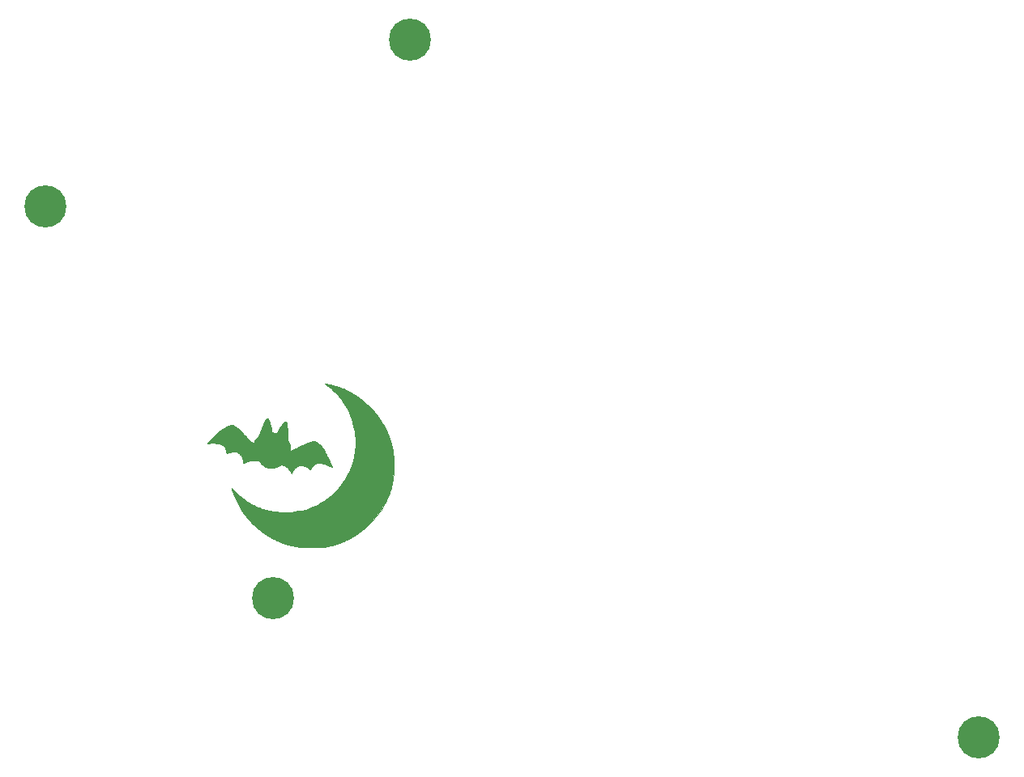
<source format=gbr>
G04 #@! TF.GenerationSoftware,KiCad,Pcbnew,5.1.10*
G04 #@! TF.CreationDate,2021-08-05T17:34:59+02:00*
G04 #@! TF.ProjectId,split_3x_plate_gerber,73706c69-745f-4337-985f-706c6174655f,rev?*
G04 #@! TF.SameCoordinates,Original*
G04 #@! TF.FileFunction,Soldermask,Top*
G04 #@! TF.FilePolarity,Negative*
%FSLAX46Y46*%
G04 Gerber Fmt 4.6, Leading zero omitted, Abs format (unit mm)*
G04 Created by KiCad (PCBNEW 5.1.10) date 2021-08-05 17:34:59*
%MOMM*%
%LPD*%
G01*
G04 APERTURE LIST*
%ADD10C,0.010000*%
%ADD11C,0.700000*%
%ADD12C,4.400000*%
G04 APERTURE END LIST*
D10*
G04 #@! TO.C,G\u002A\u002A\u002A*
G36*
X120122136Y-107906668D02*
G01*
X120161301Y-107941278D01*
X120201626Y-107996031D01*
X120241280Y-108068531D01*
X120270579Y-108135900D01*
X120303551Y-108228671D01*
X120338176Y-108342895D01*
X120373528Y-108474755D01*
X120408679Y-108620434D01*
X120442704Y-108776116D01*
X120474676Y-108937985D01*
X120500298Y-109082050D01*
X120510769Y-109141410D01*
X120523620Y-109210349D01*
X120535608Y-109271615D01*
X120555950Y-109372280D01*
X120682950Y-109395133D01*
X120744287Y-109406365D01*
X120803031Y-109417458D01*
X120850258Y-109426712D01*
X120867100Y-109430190D01*
X120918223Y-109439939D01*
X120972726Y-109448686D01*
X120983772Y-109450205D01*
X121043294Y-109458015D01*
X121111825Y-109339882D01*
X121150930Y-109272488D01*
X121194389Y-109197610D01*
X121239457Y-109119979D01*
X121283389Y-109044322D01*
X121323439Y-108975366D01*
X121356862Y-108917841D01*
X121380911Y-108876474D01*
X121384814Y-108869766D01*
X121424055Y-108806317D01*
X121473540Y-108732301D01*
X121529536Y-108652766D01*
X121588306Y-108572760D01*
X121646115Y-108497329D01*
X121699229Y-108431523D01*
X121743911Y-108380389D01*
X121757080Y-108366678D01*
X121825294Y-108307083D01*
X121889905Y-108267889D01*
X121949016Y-108249616D01*
X122000726Y-108252783D01*
X122043137Y-108277908D01*
X122050943Y-108286329D01*
X122071073Y-108314143D01*
X122088931Y-108347976D01*
X122104674Y-108389430D01*
X122118462Y-108440104D01*
X122130453Y-108501600D01*
X122140806Y-108575516D01*
X122149679Y-108663454D01*
X122157231Y-108767013D01*
X122163621Y-108887795D01*
X122169007Y-109027399D01*
X122173548Y-109187425D01*
X122177402Y-109369475D01*
X122180729Y-109575148D01*
X122181065Y-109598984D01*
X122183171Y-109737091D01*
X122185508Y-109852430D01*
X122188392Y-109947629D01*
X122192141Y-110025319D01*
X122197071Y-110088131D01*
X122203497Y-110138696D01*
X122211737Y-110179642D01*
X122222107Y-110213602D01*
X122234923Y-110243205D01*
X122250501Y-110271082D01*
X122264543Y-110292973D01*
X122307341Y-110364400D01*
X122350989Y-110449270D01*
X122390744Y-110537502D01*
X122421866Y-110619016D01*
X122430057Y-110644821D01*
X122439638Y-110681794D01*
X122447072Y-110722523D01*
X122452784Y-110771473D01*
X122457198Y-110833110D01*
X122460738Y-110911899D01*
X122463368Y-110995354D01*
X122466042Y-111075178D01*
X122469316Y-111146856D01*
X122472934Y-111206321D01*
X122476638Y-111249510D01*
X122480172Y-111272358D01*
X122480977Y-111274381D01*
X122489254Y-111281614D01*
X122503942Y-111282950D01*
X122528069Y-111277366D01*
X122564664Y-111263839D01*
X122616755Y-111241346D01*
X122687372Y-111208862D01*
X122719496Y-111193779D01*
X122782369Y-111164213D01*
X122845645Y-111134561D01*
X122900758Y-111108832D01*
X122930850Y-111094860D01*
X122977806Y-111073074D01*
X123037407Y-111045318D01*
X123099306Y-111016415D01*
X123121350Y-111006100D01*
X123181403Y-110978011D01*
X123243104Y-110949207D01*
X123296104Y-110924517D01*
X123311850Y-110917200D01*
X123358808Y-110895348D01*
X123418412Y-110867539D01*
X123480313Y-110838604D01*
X123502350Y-110828287D01*
X123596398Y-110784386D01*
X123683570Y-110743984D01*
X123761144Y-110708321D01*
X123826397Y-110678636D01*
X123876605Y-110656167D01*
X123909046Y-110642156D01*
X123920840Y-110637800D01*
X123933915Y-110632839D01*
X123964291Y-110619628D01*
X124006260Y-110600669D01*
X124022176Y-110593350D01*
X124066915Y-110572991D01*
X124102143Y-110557537D01*
X124122088Y-110549498D01*
X124124356Y-110548900D01*
X124138145Y-110544076D01*
X124168210Y-110531496D01*
X124203677Y-110515835D01*
X124240154Y-110499436D01*
X124269974Y-110486258D01*
X124298148Y-110474262D01*
X124329691Y-110461407D01*
X124369616Y-110445651D01*
X124422935Y-110424954D01*
X124494661Y-110397276D01*
X124499300Y-110395487D01*
X124592750Y-110359561D01*
X124666310Y-110331795D01*
X124723763Y-110311145D01*
X124768893Y-110296569D01*
X124805484Y-110287022D01*
X124837318Y-110281462D01*
X124868181Y-110278846D01*
X124901855Y-110278130D01*
X124924750Y-110278177D01*
X125010826Y-110283711D01*
X125089607Y-110301123D01*
X125171470Y-110333073D01*
X125207703Y-110350671D01*
X125312481Y-110414476D01*
X125422391Y-110501714D01*
X125536400Y-110611175D01*
X125653475Y-110741651D01*
X125772583Y-110891934D01*
X125892692Y-111060816D01*
X126012769Y-111247087D01*
X126101992Y-111397141D01*
X126130185Y-111447734D01*
X126166685Y-111515576D01*
X126209333Y-111596439D01*
X126255971Y-111686094D01*
X126304438Y-111780316D01*
X126352577Y-111874876D01*
X126398228Y-111965548D01*
X126439232Y-112048104D01*
X126473430Y-112118317D01*
X126498663Y-112171958D01*
X126505488Y-112187200D01*
X126534566Y-112252940D01*
X126573493Y-112339791D01*
X126622624Y-112448540D01*
X126647068Y-112502435D01*
X126664053Y-112541613D01*
X126685698Y-112593943D01*
X126707632Y-112648836D01*
X126709975Y-112654835D01*
X126735910Y-112720762D01*
X126756281Y-112770813D01*
X126774360Y-112812926D01*
X126784203Y-112834900D01*
X126798062Y-112869567D01*
X126812142Y-112911194D01*
X126824328Y-112952492D01*
X126832506Y-112986171D01*
X126834561Y-113004944D01*
X126833953Y-113006379D01*
X126820862Y-113003329D01*
X126788531Y-112990646D01*
X126740525Y-112969883D01*
X126680409Y-112942588D01*
X126611750Y-112910312D01*
X126599678Y-112904535D01*
X126528325Y-112870384D01*
X126463532Y-112839540D01*
X126409268Y-112813880D01*
X126369505Y-112795279D01*
X126348210Y-112785615D01*
X126347150Y-112785171D01*
X126315141Y-112771941D01*
X126290000Y-112761417D01*
X126205103Y-112728207D01*
X126105090Y-112693160D01*
X125999737Y-112659494D01*
X125898819Y-112630423D01*
X125864550Y-112621472D01*
X125775637Y-112599855D01*
X125703471Y-112584669D01*
X125640523Y-112574862D01*
X125579269Y-112569380D01*
X125512180Y-112567169D01*
X125475221Y-112566960D01*
X125399803Y-112568288D01*
X125341593Y-112572867D01*
X125292500Y-112581672D01*
X125248600Y-112594290D01*
X125116864Y-112645671D01*
X125002315Y-112708431D01*
X124897695Y-112787038D01*
X124825697Y-112854681D01*
X124739439Y-112957977D01*
X124676034Y-113070469D01*
X124636827Y-113182861D01*
X124619715Y-113239277D01*
X124603375Y-113272433D01*
X124586173Y-113284358D01*
X124566475Y-113277078D01*
X124563090Y-113274358D01*
X124545871Y-113259658D01*
X124514198Y-113232575D01*
X124472909Y-113197247D01*
X124435800Y-113165484D01*
X124314717Y-113067879D01*
X124199715Y-112988953D01*
X124084390Y-112925266D01*
X123962338Y-112873375D01*
X123827153Y-112829840D01*
X123794450Y-112820892D01*
X123745082Y-112812131D01*
X123679547Y-112806501D01*
X123605278Y-112804005D01*
X123529712Y-112804648D01*
X123460283Y-112808434D01*
X123404426Y-112815367D01*
X123381700Y-112820670D01*
X123255968Y-112871616D01*
X123133782Y-112946485D01*
X123014285Y-113045848D01*
X122953570Y-113106702D01*
X122866821Y-113206275D01*
X122791484Y-113310192D01*
X122723584Y-113424728D01*
X122659145Y-113556159D01*
X122637054Y-113606425D01*
X122622433Y-113633844D01*
X122609590Y-113647392D01*
X122608084Y-113647700D01*
X122595272Y-113637747D01*
X122576353Y-113612708D01*
X122568415Y-113600075D01*
X122544162Y-113558603D01*
X122517122Y-113511264D01*
X122508162Y-113495300D01*
X122474810Y-113439734D01*
X122430496Y-113371825D01*
X122380313Y-113298911D01*
X122329356Y-113228329D01*
X122282720Y-113167418D01*
X122267782Y-113149045D01*
X122214367Y-113091187D01*
X122148677Y-113029724D01*
X122077266Y-112970039D01*
X122006690Y-112917514D01*
X121943503Y-112877532D01*
X121925682Y-112868151D01*
X121816818Y-112819164D01*
X121720899Y-112787482D01*
X121632426Y-112772947D01*
X121545897Y-112775404D01*
X121455811Y-112794694D01*
X121356669Y-112830661D01*
X121311175Y-112850625D01*
X121258924Y-112874400D01*
X121203576Y-112899477D01*
X121178250Y-112910907D01*
X121131859Y-112931813D01*
X121075918Y-112957042D01*
X121032200Y-112976773D01*
X120987073Y-112997100D01*
X120948257Y-113014500D01*
X120924250Y-113025165D01*
X120834326Y-113055465D01*
X120726335Y-113077237D01*
X120606136Y-113090474D01*
X120479591Y-113095167D01*
X120352561Y-113091307D01*
X120230906Y-113078888D01*
X120120486Y-113057900D01*
X120027164Y-113028335D01*
X120022550Y-113026421D01*
X119950361Y-112993821D01*
X119869336Y-112953724D01*
X119788412Y-112910810D01*
X119716529Y-112869759D01*
X119680163Y-112847128D01*
X119624754Y-112808393D01*
X119570844Y-112764794D01*
X119515197Y-112713146D01*
X119454578Y-112650264D01*
X119385752Y-112572962D01*
X119306446Y-112479216D01*
X119259958Y-112423773D01*
X119217399Y-112373900D01*
X119182159Y-112333501D01*
X119157626Y-112306482D01*
X119149464Y-112298325D01*
X119136770Y-112289753D01*
X119118436Y-112283714D01*
X119090336Y-112279812D01*
X119048342Y-112277651D01*
X118988329Y-112276837D01*
X118925768Y-112276884D01*
X118816041Y-112279019D01*
X118701410Y-112284279D01*
X118586995Y-112292195D01*
X118477918Y-112302296D01*
X118379300Y-112314116D01*
X118296264Y-112327183D01*
X118238200Y-112339859D01*
X118135823Y-112368496D01*
X118048164Y-112396161D01*
X117966246Y-112426165D01*
X117881095Y-112461819D01*
X117783736Y-112506434D01*
X117773266Y-112511382D01*
X117718831Y-112536303D01*
X117669584Y-112557310D01*
X117632059Y-112571697D01*
X117616347Y-112576365D01*
X117600028Y-112578655D01*
X117588816Y-112574655D01*
X117580308Y-112559865D01*
X117572099Y-112529785D01*
X117561783Y-112479915D01*
X117559998Y-112470917D01*
X117533588Y-112339977D01*
X117510318Y-112230865D01*
X117489139Y-112140354D01*
X117469006Y-112065219D01*
X117448872Y-112002234D01*
X117427691Y-111948174D01*
X117404415Y-111899814D01*
X117377999Y-111853927D01*
X117347394Y-111807288D01*
X117342254Y-111799850D01*
X117299710Y-111744011D01*
X117247175Y-111683219D01*
X117189191Y-111621963D01*
X117130297Y-111564731D01*
X117075035Y-111516011D01*
X117027944Y-111480293D01*
X117005551Y-111466994D01*
X116954202Y-111443196D01*
X116905772Y-111425487D01*
X116855429Y-111413188D01*
X116798341Y-111405621D01*
X116729674Y-111402109D01*
X116644598Y-111401971D01*
X116556684Y-111403975D01*
X116435343Y-111409123D01*
X116332853Y-111417652D01*
X116242748Y-111430875D01*
X116158565Y-111450101D01*
X116073838Y-111476644D01*
X115982103Y-111511815D01*
X115941622Y-111528753D01*
X115888744Y-111547892D01*
X115853098Y-111551666D01*
X115831360Y-111539629D01*
X115820437Y-111512512D01*
X115816025Y-111477484D01*
X115813143Y-111429735D01*
X115812499Y-111396510D01*
X115802119Y-111289734D01*
X115772532Y-111175619D01*
X115726066Y-111060293D01*
X115665050Y-110949885D01*
X115616490Y-110880811D01*
X115511544Y-110763638D01*
X115396038Y-110669399D01*
X115268986Y-110597500D01*
X115129400Y-110547347D01*
X115025100Y-110525084D01*
X114796782Y-110497968D01*
X114550519Y-110486840D01*
X114288092Y-110491687D01*
X114011283Y-110512499D01*
X113838517Y-110532713D01*
X113788584Y-110539308D01*
X113837492Y-110471079D01*
X113877909Y-110419537D01*
X113935628Y-110353059D01*
X114008845Y-110273440D01*
X114095752Y-110182477D01*
X114194544Y-110081965D01*
X114303413Y-109973700D01*
X114420555Y-109859480D01*
X114544162Y-109741099D01*
X114672428Y-109620355D01*
X114803548Y-109499042D01*
X114935715Y-109378958D01*
X114936200Y-109378521D01*
X115150903Y-109194863D01*
X115360924Y-109034726D01*
X115567835Y-108897012D01*
X115773208Y-108780625D01*
X115841548Y-108746401D01*
X115972026Y-108686354D01*
X116086297Y-108640927D01*
X116188085Y-108608996D01*
X116281112Y-108589435D01*
X116369104Y-108581121D01*
X116390350Y-108580671D01*
X116444380Y-108582234D01*
X116486590Y-108589909D01*
X116529850Y-108606804D01*
X116559413Y-108621494D01*
X116606874Y-108648821D01*
X116661138Y-108685574D01*
X116723792Y-108733087D01*
X116796424Y-108792690D01*
X116880620Y-108865718D01*
X116977968Y-108953502D01*
X117090056Y-109057375D01*
X117183457Y-109145416D01*
X117227278Y-109186843D01*
X117265207Y-109222483D01*
X117292940Y-109248305D01*
X117305660Y-109259850D01*
X117317396Y-109271055D01*
X117345398Y-109298366D01*
X117387875Y-109340023D01*
X117443039Y-109394265D01*
X117509101Y-109459331D01*
X117584272Y-109533460D01*
X117666763Y-109614892D01*
X117754786Y-109701865D01*
X117770146Y-109717050D01*
X117918466Y-109863452D01*
X118049916Y-109992661D01*
X118165458Y-110105570D01*
X118266056Y-110203073D01*
X118352671Y-110286064D01*
X118426266Y-110355436D01*
X118487805Y-110412084D01*
X118538249Y-110456900D01*
X118578561Y-110490780D01*
X118609705Y-110514616D01*
X118632641Y-110529303D01*
X118648334Y-110535733D01*
X118652408Y-110536200D01*
X118665267Y-110525148D01*
X118675771Y-110498212D01*
X118676498Y-110494925D01*
X118710955Y-110376932D01*
X118766318Y-110251376D01*
X118840579Y-110121648D01*
X118931729Y-109991142D01*
X119037760Y-109863251D01*
X119073186Y-109824825D01*
X119117804Y-109776926D01*
X119157824Y-109732684D01*
X119188957Y-109696929D01*
X119206908Y-109674489D01*
X119207222Y-109674037D01*
X119242835Y-109615360D01*
X119280043Y-109539828D01*
X119319737Y-109445344D01*
X119362806Y-109329813D01*
X119402102Y-109215400D01*
X119415271Y-109177280D01*
X119434080Y-109124571D01*
X119455237Y-109066461D01*
X119463550Y-109043950D01*
X119487417Y-108979158D01*
X119512872Y-108909329D01*
X119535253Y-108847266D01*
X119539845Y-108834400D01*
X119560122Y-108777805D01*
X119575370Y-108736671D01*
X119588913Y-108702471D01*
X119604074Y-108666680D01*
X119614855Y-108641980D01*
X119627776Y-108610862D01*
X119634784Y-108590736D01*
X119635200Y-108588323D01*
X119640124Y-108573999D01*
X119653095Y-108543080D01*
X119671410Y-108501983D01*
X119673300Y-108497849D01*
X119691987Y-108456029D01*
X119705575Y-108423680D01*
X119711355Y-108407273D01*
X119711400Y-108406793D01*
X119717493Y-108387230D01*
X119734137Y-108350354D01*
X119758875Y-108300671D01*
X119789254Y-108242686D01*
X119822818Y-108180905D01*
X119857111Y-108119832D01*
X119889679Y-108063974D01*
X119918067Y-108017836D01*
X119939819Y-107985922D01*
X119942905Y-107981956D01*
X119970966Y-107955108D01*
X120009114Y-107928088D01*
X120048516Y-107906289D01*
X120080340Y-107895105D01*
X120085967Y-107894600D01*
X120122136Y-107906668D01*
G37*
X120122136Y-107906668D02*
X120161301Y-107941278D01*
X120201626Y-107996031D01*
X120241280Y-108068531D01*
X120270579Y-108135900D01*
X120303551Y-108228671D01*
X120338176Y-108342895D01*
X120373528Y-108474755D01*
X120408679Y-108620434D01*
X120442704Y-108776116D01*
X120474676Y-108937985D01*
X120500298Y-109082050D01*
X120510769Y-109141410D01*
X120523620Y-109210349D01*
X120535608Y-109271615D01*
X120555950Y-109372280D01*
X120682950Y-109395133D01*
X120744287Y-109406365D01*
X120803031Y-109417458D01*
X120850258Y-109426712D01*
X120867100Y-109430190D01*
X120918223Y-109439939D01*
X120972726Y-109448686D01*
X120983772Y-109450205D01*
X121043294Y-109458015D01*
X121111825Y-109339882D01*
X121150930Y-109272488D01*
X121194389Y-109197610D01*
X121239457Y-109119979D01*
X121283389Y-109044322D01*
X121323439Y-108975366D01*
X121356862Y-108917841D01*
X121380911Y-108876474D01*
X121384814Y-108869766D01*
X121424055Y-108806317D01*
X121473540Y-108732301D01*
X121529536Y-108652766D01*
X121588306Y-108572760D01*
X121646115Y-108497329D01*
X121699229Y-108431523D01*
X121743911Y-108380389D01*
X121757080Y-108366678D01*
X121825294Y-108307083D01*
X121889905Y-108267889D01*
X121949016Y-108249616D01*
X122000726Y-108252783D01*
X122043137Y-108277908D01*
X122050943Y-108286329D01*
X122071073Y-108314143D01*
X122088931Y-108347976D01*
X122104674Y-108389430D01*
X122118462Y-108440104D01*
X122130453Y-108501600D01*
X122140806Y-108575516D01*
X122149679Y-108663454D01*
X122157231Y-108767013D01*
X122163621Y-108887795D01*
X122169007Y-109027399D01*
X122173548Y-109187425D01*
X122177402Y-109369475D01*
X122180729Y-109575148D01*
X122181065Y-109598984D01*
X122183171Y-109737091D01*
X122185508Y-109852430D01*
X122188392Y-109947629D01*
X122192141Y-110025319D01*
X122197071Y-110088131D01*
X122203497Y-110138696D01*
X122211737Y-110179642D01*
X122222107Y-110213602D01*
X122234923Y-110243205D01*
X122250501Y-110271082D01*
X122264543Y-110292973D01*
X122307341Y-110364400D01*
X122350989Y-110449270D01*
X122390744Y-110537502D01*
X122421866Y-110619016D01*
X122430057Y-110644821D01*
X122439638Y-110681794D01*
X122447072Y-110722523D01*
X122452784Y-110771473D01*
X122457198Y-110833110D01*
X122460738Y-110911899D01*
X122463368Y-110995354D01*
X122466042Y-111075178D01*
X122469316Y-111146856D01*
X122472934Y-111206321D01*
X122476638Y-111249510D01*
X122480172Y-111272358D01*
X122480977Y-111274381D01*
X122489254Y-111281614D01*
X122503942Y-111282950D01*
X122528069Y-111277366D01*
X122564664Y-111263839D01*
X122616755Y-111241346D01*
X122687372Y-111208862D01*
X122719496Y-111193779D01*
X122782369Y-111164213D01*
X122845645Y-111134561D01*
X122900758Y-111108832D01*
X122930850Y-111094860D01*
X122977806Y-111073074D01*
X123037407Y-111045318D01*
X123099306Y-111016415D01*
X123121350Y-111006100D01*
X123181403Y-110978011D01*
X123243104Y-110949207D01*
X123296104Y-110924517D01*
X123311850Y-110917200D01*
X123358808Y-110895348D01*
X123418412Y-110867539D01*
X123480313Y-110838604D01*
X123502350Y-110828287D01*
X123596398Y-110784386D01*
X123683570Y-110743984D01*
X123761144Y-110708321D01*
X123826397Y-110678636D01*
X123876605Y-110656167D01*
X123909046Y-110642156D01*
X123920840Y-110637800D01*
X123933915Y-110632839D01*
X123964291Y-110619628D01*
X124006260Y-110600669D01*
X124022176Y-110593350D01*
X124066915Y-110572991D01*
X124102143Y-110557537D01*
X124122088Y-110549498D01*
X124124356Y-110548900D01*
X124138145Y-110544076D01*
X124168210Y-110531496D01*
X124203677Y-110515835D01*
X124240154Y-110499436D01*
X124269974Y-110486258D01*
X124298148Y-110474262D01*
X124329691Y-110461407D01*
X124369616Y-110445651D01*
X124422935Y-110424954D01*
X124494661Y-110397276D01*
X124499300Y-110395487D01*
X124592750Y-110359561D01*
X124666310Y-110331795D01*
X124723763Y-110311145D01*
X124768893Y-110296569D01*
X124805484Y-110287022D01*
X124837318Y-110281462D01*
X124868181Y-110278846D01*
X124901855Y-110278130D01*
X124924750Y-110278177D01*
X125010826Y-110283711D01*
X125089607Y-110301123D01*
X125171470Y-110333073D01*
X125207703Y-110350671D01*
X125312481Y-110414476D01*
X125422391Y-110501714D01*
X125536400Y-110611175D01*
X125653475Y-110741651D01*
X125772583Y-110891934D01*
X125892692Y-111060816D01*
X126012769Y-111247087D01*
X126101992Y-111397141D01*
X126130185Y-111447734D01*
X126166685Y-111515576D01*
X126209333Y-111596439D01*
X126255971Y-111686094D01*
X126304438Y-111780316D01*
X126352577Y-111874876D01*
X126398228Y-111965548D01*
X126439232Y-112048104D01*
X126473430Y-112118317D01*
X126498663Y-112171958D01*
X126505488Y-112187200D01*
X126534566Y-112252940D01*
X126573493Y-112339791D01*
X126622624Y-112448540D01*
X126647068Y-112502435D01*
X126664053Y-112541613D01*
X126685698Y-112593943D01*
X126707632Y-112648836D01*
X126709975Y-112654835D01*
X126735910Y-112720762D01*
X126756281Y-112770813D01*
X126774360Y-112812926D01*
X126784203Y-112834900D01*
X126798062Y-112869567D01*
X126812142Y-112911194D01*
X126824328Y-112952492D01*
X126832506Y-112986171D01*
X126834561Y-113004944D01*
X126833953Y-113006379D01*
X126820862Y-113003329D01*
X126788531Y-112990646D01*
X126740525Y-112969883D01*
X126680409Y-112942588D01*
X126611750Y-112910312D01*
X126599678Y-112904535D01*
X126528325Y-112870384D01*
X126463532Y-112839540D01*
X126409268Y-112813880D01*
X126369505Y-112795279D01*
X126348210Y-112785615D01*
X126347150Y-112785171D01*
X126315141Y-112771941D01*
X126290000Y-112761417D01*
X126205103Y-112728207D01*
X126105090Y-112693160D01*
X125999737Y-112659494D01*
X125898819Y-112630423D01*
X125864550Y-112621472D01*
X125775637Y-112599855D01*
X125703471Y-112584669D01*
X125640523Y-112574862D01*
X125579269Y-112569380D01*
X125512180Y-112567169D01*
X125475221Y-112566960D01*
X125399803Y-112568288D01*
X125341593Y-112572867D01*
X125292500Y-112581672D01*
X125248600Y-112594290D01*
X125116864Y-112645671D01*
X125002315Y-112708431D01*
X124897695Y-112787038D01*
X124825697Y-112854681D01*
X124739439Y-112957977D01*
X124676034Y-113070469D01*
X124636827Y-113182861D01*
X124619715Y-113239277D01*
X124603375Y-113272433D01*
X124586173Y-113284358D01*
X124566475Y-113277078D01*
X124563090Y-113274358D01*
X124545871Y-113259658D01*
X124514198Y-113232575D01*
X124472909Y-113197247D01*
X124435800Y-113165484D01*
X124314717Y-113067879D01*
X124199715Y-112988953D01*
X124084390Y-112925266D01*
X123962338Y-112873375D01*
X123827153Y-112829840D01*
X123794450Y-112820892D01*
X123745082Y-112812131D01*
X123679547Y-112806501D01*
X123605278Y-112804005D01*
X123529712Y-112804648D01*
X123460283Y-112808434D01*
X123404426Y-112815367D01*
X123381700Y-112820670D01*
X123255968Y-112871616D01*
X123133782Y-112946485D01*
X123014285Y-113045848D01*
X122953570Y-113106702D01*
X122866821Y-113206275D01*
X122791484Y-113310192D01*
X122723584Y-113424728D01*
X122659145Y-113556159D01*
X122637054Y-113606425D01*
X122622433Y-113633844D01*
X122609590Y-113647392D01*
X122608084Y-113647700D01*
X122595272Y-113637747D01*
X122576353Y-113612708D01*
X122568415Y-113600075D01*
X122544162Y-113558603D01*
X122517122Y-113511264D01*
X122508162Y-113495300D01*
X122474810Y-113439734D01*
X122430496Y-113371825D01*
X122380313Y-113298911D01*
X122329356Y-113228329D01*
X122282720Y-113167418D01*
X122267782Y-113149045D01*
X122214367Y-113091187D01*
X122148677Y-113029724D01*
X122077266Y-112970039D01*
X122006690Y-112917514D01*
X121943503Y-112877532D01*
X121925682Y-112868151D01*
X121816818Y-112819164D01*
X121720899Y-112787482D01*
X121632426Y-112772947D01*
X121545897Y-112775404D01*
X121455811Y-112794694D01*
X121356669Y-112830661D01*
X121311175Y-112850625D01*
X121258924Y-112874400D01*
X121203576Y-112899477D01*
X121178250Y-112910907D01*
X121131859Y-112931813D01*
X121075918Y-112957042D01*
X121032200Y-112976773D01*
X120987073Y-112997100D01*
X120948257Y-113014500D01*
X120924250Y-113025165D01*
X120834326Y-113055465D01*
X120726335Y-113077237D01*
X120606136Y-113090474D01*
X120479591Y-113095167D01*
X120352561Y-113091307D01*
X120230906Y-113078888D01*
X120120486Y-113057900D01*
X120027164Y-113028335D01*
X120022550Y-113026421D01*
X119950361Y-112993821D01*
X119869336Y-112953724D01*
X119788412Y-112910810D01*
X119716529Y-112869759D01*
X119680163Y-112847128D01*
X119624754Y-112808393D01*
X119570844Y-112764794D01*
X119515197Y-112713146D01*
X119454578Y-112650264D01*
X119385752Y-112572962D01*
X119306446Y-112479216D01*
X119259958Y-112423773D01*
X119217399Y-112373900D01*
X119182159Y-112333501D01*
X119157626Y-112306482D01*
X119149464Y-112298325D01*
X119136770Y-112289753D01*
X119118436Y-112283714D01*
X119090336Y-112279812D01*
X119048342Y-112277651D01*
X118988329Y-112276837D01*
X118925768Y-112276884D01*
X118816041Y-112279019D01*
X118701410Y-112284279D01*
X118586995Y-112292195D01*
X118477918Y-112302296D01*
X118379300Y-112314116D01*
X118296264Y-112327183D01*
X118238200Y-112339859D01*
X118135823Y-112368496D01*
X118048164Y-112396161D01*
X117966246Y-112426165D01*
X117881095Y-112461819D01*
X117783736Y-112506434D01*
X117773266Y-112511382D01*
X117718831Y-112536303D01*
X117669584Y-112557310D01*
X117632059Y-112571697D01*
X117616347Y-112576365D01*
X117600028Y-112578655D01*
X117588816Y-112574655D01*
X117580308Y-112559865D01*
X117572099Y-112529785D01*
X117561783Y-112479915D01*
X117559998Y-112470917D01*
X117533588Y-112339977D01*
X117510318Y-112230865D01*
X117489139Y-112140354D01*
X117469006Y-112065219D01*
X117448872Y-112002234D01*
X117427691Y-111948174D01*
X117404415Y-111899814D01*
X117377999Y-111853927D01*
X117347394Y-111807288D01*
X117342254Y-111799850D01*
X117299710Y-111744011D01*
X117247175Y-111683219D01*
X117189191Y-111621963D01*
X117130297Y-111564731D01*
X117075035Y-111516011D01*
X117027944Y-111480293D01*
X117005551Y-111466994D01*
X116954202Y-111443196D01*
X116905772Y-111425487D01*
X116855429Y-111413188D01*
X116798341Y-111405621D01*
X116729674Y-111402109D01*
X116644598Y-111401971D01*
X116556684Y-111403975D01*
X116435343Y-111409123D01*
X116332853Y-111417652D01*
X116242748Y-111430875D01*
X116158565Y-111450101D01*
X116073838Y-111476644D01*
X115982103Y-111511815D01*
X115941622Y-111528753D01*
X115888744Y-111547892D01*
X115853098Y-111551666D01*
X115831360Y-111539629D01*
X115820437Y-111512512D01*
X115816025Y-111477484D01*
X115813143Y-111429735D01*
X115812499Y-111396510D01*
X115802119Y-111289734D01*
X115772532Y-111175619D01*
X115726066Y-111060293D01*
X115665050Y-110949885D01*
X115616490Y-110880811D01*
X115511544Y-110763638D01*
X115396038Y-110669399D01*
X115268986Y-110597500D01*
X115129400Y-110547347D01*
X115025100Y-110525084D01*
X114796782Y-110497968D01*
X114550519Y-110486840D01*
X114288092Y-110491687D01*
X114011283Y-110512499D01*
X113838517Y-110532713D01*
X113788584Y-110539308D01*
X113837492Y-110471079D01*
X113877909Y-110419537D01*
X113935628Y-110353059D01*
X114008845Y-110273440D01*
X114095752Y-110182477D01*
X114194544Y-110081965D01*
X114303413Y-109973700D01*
X114420555Y-109859480D01*
X114544162Y-109741099D01*
X114672428Y-109620355D01*
X114803548Y-109499042D01*
X114935715Y-109378958D01*
X114936200Y-109378521D01*
X115150903Y-109194863D01*
X115360924Y-109034726D01*
X115567835Y-108897012D01*
X115773208Y-108780625D01*
X115841548Y-108746401D01*
X115972026Y-108686354D01*
X116086297Y-108640927D01*
X116188085Y-108608996D01*
X116281112Y-108589435D01*
X116369104Y-108581121D01*
X116390350Y-108580671D01*
X116444380Y-108582234D01*
X116486590Y-108589909D01*
X116529850Y-108606804D01*
X116559413Y-108621494D01*
X116606874Y-108648821D01*
X116661138Y-108685574D01*
X116723792Y-108733087D01*
X116796424Y-108792690D01*
X116880620Y-108865718D01*
X116977968Y-108953502D01*
X117090056Y-109057375D01*
X117183457Y-109145416D01*
X117227278Y-109186843D01*
X117265207Y-109222483D01*
X117292940Y-109248305D01*
X117305660Y-109259850D01*
X117317396Y-109271055D01*
X117345398Y-109298366D01*
X117387875Y-109340023D01*
X117443039Y-109394265D01*
X117509101Y-109459331D01*
X117584272Y-109533460D01*
X117666763Y-109614892D01*
X117754786Y-109701865D01*
X117770146Y-109717050D01*
X117918466Y-109863452D01*
X118049916Y-109992661D01*
X118165458Y-110105570D01*
X118266056Y-110203073D01*
X118352671Y-110286064D01*
X118426266Y-110355436D01*
X118487805Y-110412084D01*
X118538249Y-110456900D01*
X118578561Y-110490780D01*
X118609705Y-110514616D01*
X118632641Y-110529303D01*
X118648334Y-110535733D01*
X118652408Y-110536200D01*
X118665267Y-110525148D01*
X118675771Y-110498212D01*
X118676498Y-110494925D01*
X118710955Y-110376932D01*
X118766318Y-110251376D01*
X118840579Y-110121648D01*
X118931729Y-109991142D01*
X119037760Y-109863251D01*
X119073186Y-109824825D01*
X119117804Y-109776926D01*
X119157824Y-109732684D01*
X119188957Y-109696929D01*
X119206908Y-109674489D01*
X119207222Y-109674037D01*
X119242835Y-109615360D01*
X119280043Y-109539828D01*
X119319737Y-109445344D01*
X119362806Y-109329813D01*
X119402102Y-109215400D01*
X119415271Y-109177280D01*
X119434080Y-109124571D01*
X119455237Y-109066461D01*
X119463550Y-109043950D01*
X119487417Y-108979158D01*
X119512872Y-108909329D01*
X119535253Y-108847266D01*
X119539845Y-108834400D01*
X119560122Y-108777805D01*
X119575370Y-108736671D01*
X119588913Y-108702471D01*
X119604074Y-108666680D01*
X119614855Y-108641980D01*
X119627776Y-108610862D01*
X119634784Y-108590736D01*
X119635200Y-108588323D01*
X119640124Y-108573999D01*
X119653095Y-108543080D01*
X119671410Y-108501983D01*
X119673300Y-108497849D01*
X119691987Y-108456029D01*
X119705575Y-108423680D01*
X119711355Y-108407273D01*
X119711400Y-108406793D01*
X119717493Y-108387230D01*
X119734137Y-108350354D01*
X119758875Y-108300671D01*
X119789254Y-108242686D01*
X119822818Y-108180905D01*
X119857111Y-108119832D01*
X119889679Y-108063974D01*
X119918067Y-108017836D01*
X119939819Y-107985922D01*
X119942905Y-107981956D01*
X119970966Y-107955108D01*
X120009114Y-107928088D01*
X120048516Y-107906289D01*
X120080340Y-107895105D01*
X120085967Y-107894600D01*
X120122136Y-107906668D01*
G36*
X126179168Y-104279006D02*
G01*
X126197925Y-104280985D01*
X126245178Y-104288092D01*
X126305915Y-104299153D01*
X126368948Y-104312092D01*
X126385250Y-104315716D01*
X126441962Y-104328560D01*
X126494512Y-104340432D01*
X126534218Y-104349372D01*
X126544000Y-104351563D01*
X126637689Y-104373613D01*
X126748896Y-104401662D01*
X126870941Y-104433979D01*
X126997149Y-104468830D01*
X127007550Y-104471768D01*
X127063880Y-104487648D01*
X127116162Y-104502284D01*
X127155893Y-104513301D01*
X127166300Y-104516143D01*
X127291351Y-104552407D01*
X127433264Y-104597667D01*
X127586096Y-104649742D01*
X127743900Y-104706450D01*
X127900731Y-104765610D01*
X128050644Y-104825038D01*
X128187694Y-104882555D01*
X128290250Y-104928599D01*
X128686653Y-105124918D01*
X129064407Y-105335405D01*
X129426138Y-105561904D01*
X129774472Y-105806259D01*
X130112037Y-106070313D01*
X130441459Y-106355909D01*
X130765367Y-106664890D01*
X130766750Y-106666270D01*
X130835945Y-106735676D01*
X130902086Y-106802657D01*
X130962179Y-106864134D01*
X131013231Y-106917025D01*
X131052246Y-106958247D01*
X131076230Y-106984722D01*
X131076397Y-106984917D01*
X131114376Y-107028781D01*
X131154187Y-107073857D01*
X131178527Y-107100850D01*
X131229117Y-107158063D01*
X131291107Y-107231240D01*
X131360847Y-107315882D01*
X131434692Y-107407489D01*
X131508992Y-107501561D01*
X131580102Y-107593598D01*
X131610944Y-107634289D01*
X131872959Y-108002126D01*
X132114563Y-108382647D01*
X132337486Y-108778651D01*
X132437884Y-108974100D01*
X132477208Y-109053650D01*
X132513804Y-109128935D01*
X132546074Y-109196550D01*
X132572418Y-109253092D01*
X132591237Y-109295155D01*
X132600933Y-109319335D01*
X132601900Y-109323320D01*
X132606720Y-109336965D01*
X132619292Y-109366918D01*
X132634964Y-109402377D01*
X132658111Y-109453903D01*
X132675113Y-109492495D01*
X132689688Y-109526985D01*
X132705555Y-109566202D01*
X132726433Y-109618976D01*
X132730046Y-109628150D01*
X132750357Y-109680988D01*
X132774729Y-109746353D01*
X132801364Y-109819200D01*
X132828462Y-109894485D01*
X132854223Y-109967163D01*
X132876849Y-110032190D01*
X132894540Y-110084521D01*
X132905496Y-110119111D01*
X132906718Y-110123450D01*
X132915275Y-110153030D01*
X132929049Y-110198513D01*
X132945518Y-110251608D01*
X132951150Y-110269500D01*
X132975644Y-110348058D01*
X132994179Y-110410315D01*
X133008991Y-110464013D01*
X133020835Y-110510800D01*
X133030780Y-110549065D01*
X133044197Y-110597681D01*
X133052060Y-110625100D01*
X133066774Y-110678785D01*
X133080838Y-110735230D01*
X133086100Y-110758450D01*
X133096441Y-110806189D01*
X133106447Y-110851874D01*
X133109664Y-110866400D01*
X133133611Y-110976573D01*
X133155099Y-111080688D01*
X133172899Y-111172594D01*
X133185777Y-111246140D01*
X133185979Y-111247400D01*
X133195355Y-111304983D01*
X133205034Y-111362735D01*
X133212569Y-111406150D01*
X133233600Y-111541938D01*
X133252281Y-111699727D01*
X133268400Y-111876204D01*
X133281742Y-112068061D01*
X133292094Y-112271986D01*
X133299243Y-112484668D01*
X133302975Y-112702798D01*
X133303494Y-112815850D01*
X133299603Y-113141250D01*
X133287600Y-113445723D01*
X133267264Y-113732484D01*
X133238371Y-114004752D01*
X133205158Y-114238250D01*
X133194992Y-114301765D01*
X133184915Y-114364703D01*
X133176519Y-114417119D01*
X133173637Y-114435100D01*
X133166473Y-114475387D01*
X133155368Y-114532678D01*
X133141872Y-114599176D01*
X133128261Y-114663700D01*
X133114332Y-114728474D01*
X133101513Y-114788227D01*
X133091209Y-114836408D01*
X133084822Y-114866464D01*
X133084730Y-114866900D01*
X133052689Y-115003759D01*
X133010755Y-115158653D01*
X132960503Y-115326951D01*
X132903505Y-115504023D01*
X132841337Y-115685239D01*
X132775571Y-115865969D01*
X132707782Y-116041582D01*
X132639543Y-116207449D01*
X132592712Y-116314475D01*
X132567510Y-116369075D01*
X132534864Y-116437761D01*
X132497064Y-116515905D01*
X132456406Y-116598881D01*
X132415182Y-116682059D01*
X132375686Y-116760814D01*
X132340212Y-116830518D01*
X132311051Y-116886542D01*
X132290499Y-116924261D01*
X132290477Y-116924300D01*
X132261499Y-116975007D01*
X132232351Y-117026244D01*
X132210991Y-117064000D01*
X132074951Y-117293616D01*
X131921037Y-117531916D01*
X131752823Y-117773979D01*
X131573885Y-118014884D01*
X131387798Y-118249710D01*
X131198139Y-118473538D01*
X131135916Y-118543550D01*
X131082265Y-118601761D01*
X131014262Y-118673380D01*
X130935968Y-118754313D01*
X130851441Y-118840468D01*
X130764740Y-118927753D01*
X130679926Y-119012077D01*
X130601056Y-119089346D01*
X130532190Y-119155469D01*
X130488162Y-119196555D01*
X130367723Y-119303622D01*
X130231002Y-119419596D01*
X130083405Y-119540161D01*
X129930336Y-119661001D01*
X129777201Y-119777799D01*
X129629404Y-119886240D01*
X129584540Y-119918173D01*
X129542442Y-119947242D01*
X129488431Y-119983557D01*
X129425901Y-120024939D01*
X129358244Y-120069206D01*
X129288852Y-120114177D01*
X129221117Y-120157672D01*
X129158433Y-120197510D01*
X129104191Y-120231509D01*
X129061783Y-120257490D01*
X129034603Y-120273270D01*
X129026238Y-120277100D01*
X129012766Y-120283302D01*
X128985534Y-120299073D01*
X128968183Y-120309807D01*
X128892474Y-120355440D01*
X128798343Y-120408670D01*
X128690626Y-120466879D01*
X128574155Y-120527448D01*
X128468050Y-120580725D01*
X128396258Y-120615879D01*
X128323973Y-120650775D01*
X128254968Y-120683646D01*
X128193014Y-120712724D01*
X128141883Y-120736242D01*
X128105348Y-120752431D01*
X128087179Y-120759525D01*
X128086159Y-120759700D01*
X128072201Y-120764510D01*
X128043398Y-120776700D01*
X128026586Y-120784234D01*
X127930837Y-120825589D01*
X127815948Y-120871477D01*
X127687345Y-120919982D01*
X127550456Y-120969188D01*
X127410708Y-121017179D01*
X127273529Y-121062039D01*
X127144344Y-121101851D01*
X127052000Y-121128339D01*
X126839134Y-121185058D01*
X126644194Y-121232939D01*
X126461766Y-121273170D01*
X126286441Y-121306942D01*
X126112806Y-121335446D01*
X126105850Y-121336489D01*
X126060803Y-121343068D01*
X126016603Y-121349129D01*
X125969340Y-121355120D01*
X125915104Y-121361490D01*
X125849985Y-121368689D01*
X125770073Y-121377165D01*
X125671458Y-121387367D01*
X125591500Y-121395543D01*
X125554649Y-121398048D01*
X125495459Y-121400512D01*
X125416989Y-121402902D01*
X125322301Y-121405183D01*
X125214455Y-121407322D01*
X125096510Y-121409282D01*
X124971527Y-121411032D01*
X124842567Y-121412536D01*
X124712691Y-121413760D01*
X124584957Y-121414669D01*
X124462428Y-121415231D01*
X124348162Y-121415410D01*
X124245222Y-121415172D01*
X124156666Y-121414484D01*
X124085555Y-121413310D01*
X124061150Y-121412649D01*
X123934917Y-121406692D01*
X123791855Y-121396606D01*
X123638810Y-121383110D01*
X123482630Y-121366922D01*
X123330163Y-121348760D01*
X123188255Y-121329344D01*
X123063756Y-121309392D01*
X123045150Y-121306059D01*
X122961185Y-121290081D01*
X122867494Y-121271127D01*
X122768915Y-121250282D01*
X122670282Y-121228629D01*
X122576433Y-121207254D01*
X122492204Y-121187241D01*
X122422432Y-121169675D01*
X122371952Y-121155640D01*
X122365700Y-121153703D01*
X122333523Y-121144046D01*
X122291235Y-121131990D01*
X122276800Y-121128000D01*
X122234372Y-121116053D01*
X122197040Y-121105004D01*
X122187900Y-121102143D01*
X122158515Y-121093118D01*
X122115429Y-121080361D01*
X122079950Y-121070081D01*
X121951490Y-121030972D01*
X121811573Y-120984416D01*
X121671506Y-120934228D01*
X121622750Y-120915824D01*
X121572864Y-120896645D01*
X121538771Y-120883287D01*
X121512522Y-120872548D01*
X121486167Y-120861228D01*
X121474780Y-120856244D01*
X121443532Y-120843313D01*
X121423149Y-120836310D01*
X121420667Y-120835900D01*
X121405398Y-120831127D01*
X121375651Y-120819046D01*
X121359086Y-120811789D01*
X121315507Y-120792561D01*
X121263575Y-120770038D01*
X121235400Y-120757979D01*
X121153115Y-120721215D01*
X121053967Y-120674041D01*
X120942607Y-120618907D01*
X120823685Y-120558261D01*
X120701853Y-120494554D01*
X120581762Y-120430233D01*
X120468062Y-120367748D01*
X120365403Y-120309548D01*
X120278438Y-120258083D01*
X120236578Y-120232001D01*
X120200296Y-120209390D01*
X120173124Y-120193571D01*
X120161629Y-120188200D01*
X120148456Y-120181296D01*
X120117534Y-120161974D01*
X120071969Y-120132321D01*
X120014863Y-120094420D01*
X119949322Y-120050358D01*
X119878448Y-120002220D01*
X119805347Y-119952091D01*
X119733123Y-119902056D01*
X119673300Y-119860144D01*
X119606914Y-119812566D01*
X119531750Y-119757404D01*
X119451907Y-119697789D01*
X119371486Y-119636856D01*
X119294586Y-119577736D01*
X119225308Y-119523563D01*
X119167752Y-119477468D01*
X119126018Y-119442584D01*
X119120938Y-119438124D01*
X119097258Y-119417540D01*
X119058941Y-119384703D01*
X119010787Y-119343711D01*
X118957598Y-119298658D01*
X118943050Y-119286374D01*
X118879724Y-119230739D01*
X118802584Y-119159397D01*
X118714783Y-119075541D01*
X118619474Y-118982365D01*
X118519812Y-118883060D01*
X118418951Y-118780821D01*
X118320045Y-118678840D01*
X118226247Y-118580310D01*
X118140712Y-118488424D01*
X118066593Y-118406375D01*
X118014878Y-118346700D01*
X117818008Y-118105730D01*
X117641443Y-117873591D01*
X117482982Y-117647339D01*
X117415321Y-117544050D01*
X117182698Y-117158760D01*
X116968577Y-116757762D01*
X116772284Y-116339745D01*
X116667746Y-116092450D01*
X116633720Y-116008745D01*
X116607917Y-115945289D01*
X116588994Y-115898803D01*
X116575606Y-115866004D01*
X116566411Y-115843612D01*
X116560066Y-115828347D01*
X116555227Y-115816928D01*
X116550551Y-115806073D01*
X116549450Y-115803525D01*
X116526616Y-115747630D01*
X116498447Y-115673955D01*
X116467275Y-115588931D01*
X116435436Y-115498991D01*
X116405262Y-115410569D01*
X116389392Y-115362353D01*
X116369390Y-115295390D01*
X116360061Y-115250729D01*
X116361311Y-115227669D01*
X116370883Y-115224616D01*
X116382777Y-115234310D01*
X116410295Y-115259599D01*
X116451035Y-115298185D01*
X116502595Y-115347770D01*
X116562572Y-115406055D01*
X116628563Y-115470742D01*
X116640856Y-115482850D01*
X116749516Y-115589705D01*
X116842746Y-115680793D01*
X116922970Y-115758411D01*
X116992609Y-115824861D01*
X117054089Y-115882439D01*
X117109832Y-115933447D01*
X117162261Y-115980182D01*
X117196672Y-116010188D01*
X117240496Y-116048212D01*
X117279566Y-116082335D01*
X117308186Y-116107570D01*
X117317322Y-116115777D01*
X117338026Y-116133224D01*
X117374760Y-116162760D01*
X117423320Y-116201121D01*
X117479501Y-116245042D01*
X117539097Y-116291261D01*
X117597905Y-116336513D01*
X117651719Y-116377534D01*
X117696335Y-116411060D01*
X117721466Y-116429492D01*
X117761799Y-116458857D01*
X117799237Y-116486697D01*
X117816716Y-116500042D01*
X117837980Y-116515081D01*
X117876734Y-116541025D01*
X117928975Y-116575252D01*
X117990697Y-116615138D01*
X118057893Y-116658058D01*
X118060400Y-116659649D01*
X118139567Y-116709793D01*
X118202703Y-116749439D01*
X118255147Y-116781822D01*
X118302235Y-116810175D01*
X118349306Y-116837732D01*
X118401697Y-116867727D01*
X118435050Y-116886625D01*
X118502858Y-116923386D01*
X118587662Y-116966958D01*
X118683067Y-117014253D01*
X118782675Y-117062182D01*
X118880093Y-117107656D01*
X118968923Y-117147586D01*
X119025600Y-117171844D01*
X119073684Y-117191852D01*
X119117846Y-117210299D01*
X119146250Y-117222235D01*
X119258944Y-117267518D01*
X119387373Y-117314518D01*
X119535974Y-117364854D01*
X119546300Y-117368235D01*
X119646460Y-117400339D01*
X119740802Y-117429379D01*
X119824706Y-117453998D01*
X119893552Y-117472837D01*
X119940000Y-117483977D01*
X119973152Y-117491446D01*
X120021845Y-117503035D01*
X120077013Y-117516577D01*
X120092400Y-117520427D01*
X120178344Y-117541727D01*
X120245326Y-117557569D01*
X120298882Y-117569211D01*
X120344544Y-117577913D01*
X120346400Y-117578238D01*
X120377724Y-117583703D01*
X120426393Y-117592195D01*
X120484728Y-117602374D01*
X120524200Y-117609263D01*
X120574152Y-117617828D01*
X120621082Y-117625455D01*
X120669642Y-117632795D01*
X120724482Y-117640502D01*
X120790253Y-117649226D01*
X120871607Y-117659620D01*
X120973196Y-117672336D01*
X120981400Y-117673357D01*
X121026936Y-117678253D01*
X121092191Y-117684224D01*
X121171529Y-117690810D01*
X121259316Y-117697546D01*
X121349915Y-117703971D01*
X121374117Y-117705591D01*
X121767930Y-117722077D01*
X122162662Y-117719943D01*
X122555279Y-117699542D01*
X122942749Y-117661229D01*
X123322038Y-117605358D01*
X123690115Y-117532282D01*
X124043945Y-117442354D01*
X124296100Y-117364743D01*
X124417302Y-117323923D01*
X124516209Y-117289452D01*
X124594911Y-117260577D01*
X124655502Y-117236547D01*
X124670750Y-117230044D01*
X124699208Y-117217617D01*
X124736263Y-117201389D01*
X124742519Y-117198644D01*
X124773621Y-117185725D01*
X124793714Y-117178716D01*
X124796117Y-117178300D01*
X124807810Y-117174668D01*
X124835575Y-117163252D01*
X124881203Y-117143270D01*
X124946485Y-117113940D01*
X125020000Y-117080511D01*
X125077111Y-117053593D01*
X125148490Y-117018677D01*
X125227759Y-116979010D01*
X125308543Y-116937835D01*
X125384467Y-116898398D01*
X125449156Y-116863943D01*
X125489900Y-116841365D01*
X125540456Y-116812503D01*
X125591371Y-116783505D01*
X125628823Y-116762236D01*
X125673631Y-116735802D01*
X125731026Y-116700350D01*
X125797669Y-116658097D01*
X125870219Y-116611263D01*
X125945338Y-116562068D01*
X126019685Y-116512731D01*
X126089921Y-116465470D01*
X126152706Y-116422504D01*
X126204700Y-116386053D01*
X126242564Y-116358336D01*
X126262959Y-116341572D01*
X126264600Y-116339788D01*
X126277590Y-116328555D01*
X126307111Y-116305277D01*
X126349235Y-116272964D01*
X126400038Y-116234628D01*
X126454555Y-116194050D01*
X126468996Y-116183177D01*
X126485445Y-116170241D01*
X126506960Y-116152700D01*
X126536598Y-116128016D01*
X126577417Y-116093648D01*
X126632475Y-116047056D01*
X126678766Y-116007809D01*
X126967268Y-115749530D01*
X127245889Y-115473082D01*
X127512419Y-115181268D01*
X127764644Y-114876892D01*
X128000353Y-114562757D01*
X128217334Y-114241666D01*
X128413376Y-113916425D01*
X128585914Y-113590550D01*
X128612459Y-113535974D01*
X128639937Y-113478395D01*
X128666128Y-113422597D01*
X128688816Y-113373364D01*
X128705783Y-113335480D01*
X128714809Y-113313731D01*
X128715700Y-113310598D01*
X128720536Y-113297253D01*
X128733056Y-113267911D01*
X128746214Y-113238501D01*
X128765308Y-113194214D01*
X128788618Y-113136808D01*
X128811788Y-113077071D01*
X128816876Y-113063500D01*
X128836498Y-113011165D01*
X128854240Y-112964589D01*
X128867203Y-112931362D01*
X128870279Y-112923800D01*
X128881707Y-112893342D01*
X128898672Y-112844312D01*
X128919318Y-112782437D01*
X128941790Y-112713446D01*
X128964232Y-112643065D01*
X128984788Y-112577023D01*
X129001603Y-112521048D01*
X129008105Y-112498350D01*
X129022927Y-112444298D01*
X129040046Y-112380373D01*
X129057723Y-112313241D01*
X129074217Y-112249568D01*
X129087791Y-112196021D01*
X129096703Y-112159267D01*
X129097568Y-112155450D01*
X129106314Y-112116219D01*
X129117951Y-112064138D01*
X129128780Y-112015750D01*
X129160718Y-111863792D01*
X129183930Y-111732314D01*
X129185260Y-111723650D01*
X129213658Y-111531608D01*
X129237278Y-111360165D01*
X129256492Y-111205046D01*
X129271671Y-111061976D01*
X129283186Y-110926681D01*
X129291410Y-110794887D01*
X129296714Y-110662319D01*
X129299470Y-110524703D01*
X129300088Y-110402850D01*
X129298223Y-110207616D01*
X129292471Y-110027151D01*
X129282259Y-109853037D01*
X129267014Y-109676859D01*
X129246164Y-109490198D01*
X129228776Y-109355100D01*
X129218291Y-109278854D01*
X129208639Y-109213677D01*
X129198309Y-109150222D01*
X129185790Y-109079143D01*
X129172318Y-109005850D01*
X129097685Y-108656881D01*
X129003384Y-108304047D01*
X128891596Y-107954252D01*
X128764501Y-107614397D01*
X128644832Y-107335800D01*
X128611429Y-107264619D01*
X128572453Y-107184450D01*
X128529995Y-107099319D01*
X128486147Y-107013254D01*
X128443002Y-106930282D01*
X128402653Y-106854430D01*
X128367190Y-106789726D01*
X128338708Y-106740196D01*
X128320500Y-106711539D01*
X128304006Y-106686133D01*
X128296627Y-106670535D01*
X128296600Y-106670125D01*
X128289846Y-106655402D01*
X128270834Y-106622546D01*
X128241433Y-106574533D01*
X128203515Y-106514335D01*
X128158949Y-106444928D01*
X128109608Y-106369286D01*
X128064272Y-106300750D01*
X127927681Y-106103480D01*
X127778837Y-105903990D01*
X127613410Y-105696490D01*
X127604490Y-105685636D01*
X127416888Y-105468506D01*
X127209101Y-105247781D01*
X126985225Y-105027323D01*
X126749353Y-104810996D01*
X126505582Y-104602666D01*
X126258005Y-104406196D01*
X126210638Y-104370350D01*
X126161082Y-104331116D01*
X126133319Y-104303509D01*
X126127188Y-104286383D01*
X126142525Y-104278597D01*
X126179168Y-104279006D01*
G37*
X126179168Y-104279006D02*
X126197925Y-104280985D01*
X126245178Y-104288092D01*
X126305915Y-104299153D01*
X126368948Y-104312092D01*
X126385250Y-104315716D01*
X126441962Y-104328560D01*
X126494512Y-104340432D01*
X126534218Y-104349372D01*
X126544000Y-104351563D01*
X126637689Y-104373613D01*
X126748896Y-104401662D01*
X126870941Y-104433979D01*
X126997149Y-104468830D01*
X127007550Y-104471768D01*
X127063880Y-104487648D01*
X127116162Y-104502284D01*
X127155893Y-104513301D01*
X127166300Y-104516143D01*
X127291351Y-104552407D01*
X127433264Y-104597667D01*
X127586096Y-104649742D01*
X127743900Y-104706450D01*
X127900731Y-104765610D01*
X128050644Y-104825038D01*
X128187694Y-104882555D01*
X128290250Y-104928599D01*
X128686653Y-105124918D01*
X129064407Y-105335405D01*
X129426138Y-105561904D01*
X129774472Y-105806259D01*
X130112037Y-106070313D01*
X130441459Y-106355909D01*
X130765367Y-106664890D01*
X130766750Y-106666270D01*
X130835945Y-106735676D01*
X130902086Y-106802657D01*
X130962179Y-106864134D01*
X131013231Y-106917025D01*
X131052246Y-106958247D01*
X131076230Y-106984722D01*
X131076397Y-106984917D01*
X131114376Y-107028781D01*
X131154187Y-107073857D01*
X131178527Y-107100850D01*
X131229117Y-107158063D01*
X131291107Y-107231240D01*
X131360847Y-107315882D01*
X131434692Y-107407489D01*
X131508992Y-107501561D01*
X131580102Y-107593598D01*
X131610944Y-107634289D01*
X131872959Y-108002126D01*
X132114563Y-108382647D01*
X132337486Y-108778651D01*
X132437884Y-108974100D01*
X132477208Y-109053650D01*
X132513804Y-109128935D01*
X132546074Y-109196550D01*
X132572418Y-109253092D01*
X132591237Y-109295155D01*
X132600933Y-109319335D01*
X132601900Y-109323320D01*
X132606720Y-109336965D01*
X132619292Y-109366918D01*
X132634964Y-109402377D01*
X132658111Y-109453903D01*
X132675113Y-109492495D01*
X132689688Y-109526985D01*
X132705555Y-109566202D01*
X132726433Y-109618976D01*
X132730046Y-109628150D01*
X132750357Y-109680988D01*
X132774729Y-109746353D01*
X132801364Y-109819200D01*
X132828462Y-109894485D01*
X132854223Y-109967163D01*
X132876849Y-110032190D01*
X132894540Y-110084521D01*
X132905496Y-110119111D01*
X132906718Y-110123450D01*
X132915275Y-110153030D01*
X132929049Y-110198513D01*
X132945518Y-110251608D01*
X132951150Y-110269500D01*
X132975644Y-110348058D01*
X132994179Y-110410315D01*
X133008991Y-110464013D01*
X133020835Y-110510800D01*
X133030780Y-110549065D01*
X133044197Y-110597681D01*
X133052060Y-110625100D01*
X133066774Y-110678785D01*
X133080838Y-110735230D01*
X133086100Y-110758450D01*
X133096441Y-110806189D01*
X133106447Y-110851874D01*
X133109664Y-110866400D01*
X133133611Y-110976573D01*
X133155099Y-111080688D01*
X133172899Y-111172594D01*
X133185777Y-111246140D01*
X133185979Y-111247400D01*
X133195355Y-111304983D01*
X133205034Y-111362735D01*
X133212569Y-111406150D01*
X133233600Y-111541938D01*
X133252281Y-111699727D01*
X133268400Y-111876204D01*
X133281742Y-112068061D01*
X133292094Y-112271986D01*
X133299243Y-112484668D01*
X133302975Y-112702798D01*
X133303494Y-112815850D01*
X133299603Y-113141250D01*
X133287600Y-113445723D01*
X133267264Y-113732484D01*
X133238371Y-114004752D01*
X133205158Y-114238250D01*
X133194992Y-114301765D01*
X133184915Y-114364703D01*
X133176519Y-114417119D01*
X133173637Y-114435100D01*
X133166473Y-114475387D01*
X133155368Y-114532678D01*
X133141872Y-114599176D01*
X133128261Y-114663700D01*
X133114332Y-114728474D01*
X133101513Y-114788227D01*
X133091209Y-114836408D01*
X133084822Y-114866464D01*
X133084730Y-114866900D01*
X133052689Y-115003759D01*
X133010755Y-115158653D01*
X132960503Y-115326951D01*
X132903505Y-115504023D01*
X132841337Y-115685239D01*
X132775571Y-115865969D01*
X132707782Y-116041582D01*
X132639543Y-116207449D01*
X132592712Y-116314475D01*
X132567510Y-116369075D01*
X132534864Y-116437761D01*
X132497064Y-116515905D01*
X132456406Y-116598881D01*
X132415182Y-116682059D01*
X132375686Y-116760814D01*
X132340212Y-116830518D01*
X132311051Y-116886542D01*
X132290499Y-116924261D01*
X132290477Y-116924300D01*
X132261499Y-116975007D01*
X132232351Y-117026244D01*
X132210991Y-117064000D01*
X132074951Y-117293616D01*
X131921037Y-117531916D01*
X131752823Y-117773979D01*
X131573885Y-118014884D01*
X131387798Y-118249710D01*
X131198139Y-118473538D01*
X131135916Y-118543550D01*
X131082265Y-118601761D01*
X131014262Y-118673380D01*
X130935968Y-118754313D01*
X130851441Y-118840468D01*
X130764740Y-118927753D01*
X130679926Y-119012077D01*
X130601056Y-119089346D01*
X130532190Y-119155469D01*
X130488162Y-119196555D01*
X130367723Y-119303622D01*
X130231002Y-119419596D01*
X130083405Y-119540161D01*
X129930336Y-119661001D01*
X129777201Y-119777799D01*
X129629404Y-119886240D01*
X129584540Y-119918173D01*
X129542442Y-119947242D01*
X129488431Y-119983557D01*
X129425901Y-120024939D01*
X129358244Y-120069206D01*
X129288852Y-120114177D01*
X129221117Y-120157672D01*
X129158433Y-120197510D01*
X129104191Y-120231509D01*
X129061783Y-120257490D01*
X129034603Y-120273270D01*
X129026238Y-120277100D01*
X129012766Y-120283302D01*
X128985534Y-120299073D01*
X128968183Y-120309807D01*
X128892474Y-120355440D01*
X128798343Y-120408670D01*
X128690626Y-120466879D01*
X128574155Y-120527448D01*
X128468050Y-120580725D01*
X128396258Y-120615879D01*
X128323973Y-120650775D01*
X128254968Y-120683646D01*
X128193014Y-120712724D01*
X128141883Y-120736242D01*
X128105348Y-120752431D01*
X128087179Y-120759525D01*
X128086159Y-120759700D01*
X128072201Y-120764510D01*
X128043398Y-120776700D01*
X128026586Y-120784234D01*
X127930837Y-120825589D01*
X127815948Y-120871477D01*
X127687345Y-120919982D01*
X127550456Y-120969188D01*
X127410708Y-121017179D01*
X127273529Y-121062039D01*
X127144344Y-121101851D01*
X127052000Y-121128339D01*
X126839134Y-121185058D01*
X126644194Y-121232939D01*
X126461766Y-121273170D01*
X126286441Y-121306942D01*
X126112806Y-121335446D01*
X126105850Y-121336489D01*
X126060803Y-121343068D01*
X126016603Y-121349129D01*
X125969340Y-121355120D01*
X125915104Y-121361490D01*
X125849985Y-121368689D01*
X125770073Y-121377165D01*
X125671458Y-121387367D01*
X125591500Y-121395543D01*
X125554649Y-121398048D01*
X125495459Y-121400512D01*
X125416989Y-121402902D01*
X125322301Y-121405183D01*
X125214455Y-121407322D01*
X125096510Y-121409282D01*
X124971527Y-121411032D01*
X124842567Y-121412536D01*
X124712691Y-121413760D01*
X124584957Y-121414669D01*
X124462428Y-121415231D01*
X124348162Y-121415410D01*
X124245222Y-121415172D01*
X124156666Y-121414484D01*
X124085555Y-121413310D01*
X124061150Y-121412649D01*
X123934917Y-121406692D01*
X123791855Y-121396606D01*
X123638810Y-121383110D01*
X123482630Y-121366922D01*
X123330163Y-121348760D01*
X123188255Y-121329344D01*
X123063756Y-121309392D01*
X123045150Y-121306059D01*
X122961185Y-121290081D01*
X122867494Y-121271127D01*
X122768915Y-121250282D01*
X122670282Y-121228629D01*
X122576433Y-121207254D01*
X122492204Y-121187241D01*
X122422432Y-121169675D01*
X122371952Y-121155640D01*
X122365700Y-121153703D01*
X122333523Y-121144046D01*
X122291235Y-121131990D01*
X122276800Y-121128000D01*
X122234372Y-121116053D01*
X122197040Y-121105004D01*
X122187900Y-121102143D01*
X122158515Y-121093118D01*
X122115429Y-121080361D01*
X122079950Y-121070081D01*
X121951490Y-121030972D01*
X121811573Y-120984416D01*
X121671506Y-120934228D01*
X121622750Y-120915824D01*
X121572864Y-120896645D01*
X121538771Y-120883287D01*
X121512522Y-120872548D01*
X121486167Y-120861228D01*
X121474780Y-120856244D01*
X121443532Y-120843313D01*
X121423149Y-120836310D01*
X121420667Y-120835900D01*
X121405398Y-120831127D01*
X121375651Y-120819046D01*
X121359086Y-120811789D01*
X121315507Y-120792561D01*
X121263575Y-120770038D01*
X121235400Y-120757979D01*
X121153115Y-120721215D01*
X121053967Y-120674041D01*
X120942607Y-120618907D01*
X120823685Y-120558261D01*
X120701853Y-120494554D01*
X120581762Y-120430233D01*
X120468062Y-120367748D01*
X120365403Y-120309548D01*
X120278438Y-120258083D01*
X120236578Y-120232001D01*
X120200296Y-120209390D01*
X120173124Y-120193571D01*
X120161629Y-120188200D01*
X120148456Y-120181296D01*
X120117534Y-120161974D01*
X120071969Y-120132321D01*
X120014863Y-120094420D01*
X119949322Y-120050358D01*
X119878448Y-120002220D01*
X119805347Y-119952091D01*
X119733123Y-119902056D01*
X119673300Y-119860144D01*
X119606914Y-119812566D01*
X119531750Y-119757404D01*
X119451907Y-119697789D01*
X119371486Y-119636856D01*
X119294586Y-119577736D01*
X119225308Y-119523563D01*
X119167752Y-119477468D01*
X119126018Y-119442584D01*
X119120938Y-119438124D01*
X119097258Y-119417540D01*
X119058941Y-119384703D01*
X119010787Y-119343711D01*
X118957598Y-119298658D01*
X118943050Y-119286374D01*
X118879724Y-119230739D01*
X118802584Y-119159397D01*
X118714783Y-119075541D01*
X118619474Y-118982365D01*
X118519812Y-118883060D01*
X118418951Y-118780821D01*
X118320045Y-118678840D01*
X118226247Y-118580310D01*
X118140712Y-118488424D01*
X118066593Y-118406375D01*
X118014878Y-118346700D01*
X117818008Y-118105730D01*
X117641443Y-117873591D01*
X117482982Y-117647339D01*
X117415321Y-117544050D01*
X117182698Y-117158760D01*
X116968577Y-116757762D01*
X116772284Y-116339745D01*
X116667746Y-116092450D01*
X116633720Y-116008745D01*
X116607917Y-115945289D01*
X116588994Y-115898803D01*
X116575606Y-115866004D01*
X116566411Y-115843612D01*
X116560066Y-115828347D01*
X116555227Y-115816928D01*
X116550551Y-115806073D01*
X116549450Y-115803525D01*
X116526616Y-115747630D01*
X116498447Y-115673955D01*
X116467275Y-115588931D01*
X116435436Y-115498991D01*
X116405262Y-115410569D01*
X116389392Y-115362353D01*
X116369390Y-115295390D01*
X116360061Y-115250729D01*
X116361311Y-115227669D01*
X116370883Y-115224616D01*
X116382777Y-115234310D01*
X116410295Y-115259599D01*
X116451035Y-115298185D01*
X116502595Y-115347770D01*
X116562572Y-115406055D01*
X116628563Y-115470742D01*
X116640856Y-115482850D01*
X116749516Y-115589705D01*
X116842746Y-115680793D01*
X116922970Y-115758411D01*
X116992609Y-115824861D01*
X117054089Y-115882439D01*
X117109832Y-115933447D01*
X117162261Y-115980182D01*
X117196672Y-116010188D01*
X117240496Y-116048212D01*
X117279566Y-116082335D01*
X117308186Y-116107570D01*
X117317322Y-116115777D01*
X117338026Y-116133224D01*
X117374760Y-116162760D01*
X117423320Y-116201121D01*
X117479501Y-116245042D01*
X117539097Y-116291261D01*
X117597905Y-116336513D01*
X117651719Y-116377534D01*
X117696335Y-116411060D01*
X117721466Y-116429492D01*
X117761799Y-116458857D01*
X117799237Y-116486697D01*
X117816716Y-116500042D01*
X117837980Y-116515081D01*
X117876734Y-116541025D01*
X117928975Y-116575252D01*
X117990697Y-116615138D01*
X118057893Y-116658058D01*
X118060400Y-116659649D01*
X118139567Y-116709793D01*
X118202703Y-116749439D01*
X118255147Y-116781822D01*
X118302235Y-116810175D01*
X118349306Y-116837732D01*
X118401697Y-116867727D01*
X118435050Y-116886625D01*
X118502858Y-116923386D01*
X118587662Y-116966958D01*
X118683067Y-117014253D01*
X118782675Y-117062182D01*
X118880093Y-117107656D01*
X118968923Y-117147586D01*
X119025600Y-117171844D01*
X119073684Y-117191852D01*
X119117846Y-117210299D01*
X119146250Y-117222235D01*
X119258944Y-117267518D01*
X119387373Y-117314518D01*
X119535974Y-117364854D01*
X119546300Y-117368235D01*
X119646460Y-117400339D01*
X119740802Y-117429379D01*
X119824706Y-117453998D01*
X119893552Y-117472837D01*
X119940000Y-117483977D01*
X119973152Y-117491446D01*
X120021845Y-117503035D01*
X120077013Y-117516577D01*
X120092400Y-117520427D01*
X120178344Y-117541727D01*
X120245326Y-117557569D01*
X120298882Y-117569211D01*
X120344544Y-117577913D01*
X120346400Y-117578238D01*
X120377724Y-117583703D01*
X120426393Y-117592195D01*
X120484728Y-117602374D01*
X120524200Y-117609263D01*
X120574152Y-117617828D01*
X120621082Y-117625455D01*
X120669642Y-117632795D01*
X120724482Y-117640502D01*
X120790253Y-117649226D01*
X120871607Y-117659620D01*
X120973196Y-117672336D01*
X120981400Y-117673357D01*
X121026936Y-117678253D01*
X121092191Y-117684224D01*
X121171529Y-117690810D01*
X121259316Y-117697546D01*
X121349915Y-117703971D01*
X121374117Y-117705591D01*
X121767930Y-117722077D01*
X122162662Y-117719943D01*
X122555279Y-117699542D01*
X122942749Y-117661229D01*
X123322038Y-117605358D01*
X123690115Y-117532282D01*
X124043945Y-117442354D01*
X124296100Y-117364743D01*
X124417302Y-117323923D01*
X124516209Y-117289452D01*
X124594911Y-117260577D01*
X124655502Y-117236547D01*
X124670750Y-117230044D01*
X124699208Y-117217617D01*
X124736263Y-117201389D01*
X124742519Y-117198644D01*
X124773621Y-117185725D01*
X124793714Y-117178716D01*
X124796117Y-117178300D01*
X124807810Y-117174668D01*
X124835575Y-117163252D01*
X124881203Y-117143270D01*
X124946485Y-117113940D01*
X125020000Y-117080511D01*
X125077111Y-117053593D01*
X125148490Y-117018677D01*
X125227759Y-116979010D01*
X125308543Y-116937835D01*
X125384467Y-116898398D01*
X125449156Y-116863943D01*
X125489900Y-116841365D01*
X125540456Y-116812503D01*
X125591371Y-116783505D01*
X125628823Y-116762236D01*
X125673631Y-116735802D01*
X125731026Y-116700350D01*
X125797669Y-116658097D01*
X125870219Y-116611263D01*
X125945338Y-116562068D01*
X126019685Y-116512731D01*
X126089921Y-116465470D01*
X126152706Y-116422504D01*
X126204700Y-116386053D01*
X126242564Y-116358336D01*
X126262959Y-116341572D01*
X126264600Y-116339788D01*
X126277590Y-116328555D01*
X126307111Y-116305277D01*
X126349235Y-116272964D01*
X126400038Y-116234628D01*
X126454555Y-116194050D01*
X126468996Y-116183177D01*
X126485445Y-116170241D01*
X126506960Y-116152700D01*
X126536598Y-116128016D01*
X126577417Y-116093648D01*
X126632475Y-116047056D01*
X126678766Y-116007809D01*
X126967268Y-115749530D01*
X127245889Y-115473082D01*
X127512419Y-115181268D01*
X127764644Y-114876892D01*
X128000353Y-114562757D01*
X128217334Y-114241666D01*
X128413376Y-113916425D01*
X128585914Y-113590550D01*
X128612459Y-113535974D01*
X128639937Y-113478395D01*
X128666128Y-113422597D01*
X128688816Y-113373364D01*
X128705783Y-113335480D01*
X128714809Y-113313731D01*
X128715700Y-113310598D01*
X128720536Y-113297253D01*
X128733056Y-113267911D01*
X128746214Y-113238501D01*
X128765308Y-113194214D01*
X128788618Y-113136808D01*
X128811788Y-113077071D01*
X128816876Y-113063500D01*
X128836498Y-113011165D01*
X128854240Y-112964589D01*
X128867203Y-112931362D01*
X128870279Y-112923800D01*
X128881707Y-112893342D01*
X128898672Y-112844312D01*
X128919318Y-112782437D01*
X128941790Y-112713446D01*
X128964232Y-112643065D01*
X128984788Y-112577023D01*
X129001603Y-112521048D01*
X129008105Y-112498350D01*
X129022927Y-112444298D01*
X129040046Y-112380373D01*
X129057723Y-112313241D01*
X129074217Y-112249568D01*
X129087791Y-112196021D01*
X129096703Y-112159267D01*
X129097568Y-112155450D01*
X129106314Y-112116219D01*
X129117951Y-112064138D01*
X129128780Y-112015750D01*
X129160718Y-111863792D01*
X129183930Y-111732314D01*
X129185260Y-111723650D01*
X129213658Y-111531608D01*
X129237278Y-111360165D01*
X129256492Y-111205046D01*
X129271671Y-111061976D01*
X129283186Y-110926681D01*
X129291410Y-110794887D01*
X129296714Y-110662319D01*
X129299470Y-110524703D01*
X129300088Y-110402850D01*
X129298223Y-110207616D01*
X129292471Y-110027151D01*
X129282259Y-109853037D01*
X129267014Y-109676859D01*
X129246164Y-109490198D01*
X129228776Y-109355100D01*
X129218291Y-109278854D01*
X129208639Y-109213677D01*
X129198309Y-109150222D01*
X129185790Y-109079143D01*
X129172318Y-109005850D01*
X129097685Y-108656881D01*
X129003384Y-108304047D01*
X128891596Y-107954252D01*
X128764501Y-107614397D01*
X128644832Y-107335800D01*
X128611429Y-107264619D01*
X128572453Y-107184450D01*
X128529995Y-107099319D01*
X128486147Y-107013254D01*
X128443002Y-106930282D01*
X128402653Y-106854430D01*
X128367190Y-106789726D01*
X128338708Y-106740196D01*
X128320500Y-106711539D01*
X128304006Y-106686133D01*
X128296627Y-106670535D01*
X128296600Y-106670125D01*
X128289846Y-106655402D01*
X128270834Y-106622546D01*
X128241433Y-106574533D01*
X128203515Y-106514335D01*
X128158949Y-106444928D01*
X128109608Y-106369286D01*
X128064272Y-106300750D01*
X127927681Y-106103480D01*
X127778837Y-105903990D01*
X127613410Y-105696490D01*
X127604490Y-105685636D01*
X127416888Y-105468506D01*
X127209101Y-105247781D01*
X126985225Y-105027323D01*
X126749353Y-104810996D01*
X126505582Y-104602666D01*
X126258005Y-104406196D01*
X126210638Y-104370350D01*
X126161082Y-104331116D01*
X126133319Y-104303509D01*
X126127188Y-104286383D01*
X126142525Y-104278597D01*
X126179168Y-104279006D01*
G04 #@! TD*
D11*
G04 #@! TO.C, *
X98066726Y-84533274D03*
X96900000Y-84050000D03*
X95733274Y-84533274D03*
X95250000Y-85700000D03*
X95733274Y-86866726D03*
X96900000Y-87350000D03*
X98066726Y-86866726D03*
X98550000Y-85700000D03*
D12*
X96900000Y-85700000D03*
G04 #@! TD*
D11*
G04 #@! TO.C, *
X121866726Y-125533274D03*
X120700000Y-125050000D03*
X119533274Y-125533274D03*
X119050000Y-126700000D03*
X119533274Y-127866726D03*
X120700000Y-128350000D03*
X121866726Y-127866726D03*
X122350000Y-126700000D03*
D12*
X120700000Y-126700000D03*
G04 #@! TD*
D11*
G04 #@! TO.C, *
X136166726Y-67133274D03*
X135000000Y-66650000D03*
X133833274Y-67133274D03*
X133350000Y-68300000D03*
X133833274Y-69466726D03*
X135000000Y-69950000D03*
X136166726Y-69466726D03*
X136650000Y-68300000D03*
D12*
X135000000Y-68300000D03*
G04 #@! TD*
D11*
G04 #@! TO.C, *
X195635476Y-140120774D03*
X194468750Y-139637500D03*
X193302024Y-140120774D03*
X192818750Y-141287500D03*
X193302024Y-142454226D03*
X194468750Y-142937500D03*
X195635476Y-142454226D03*
X196118750Y-141287500D03*
D12*
X194468750Y-141287500D03*
G04 #@! TD*
M02*

</source>
